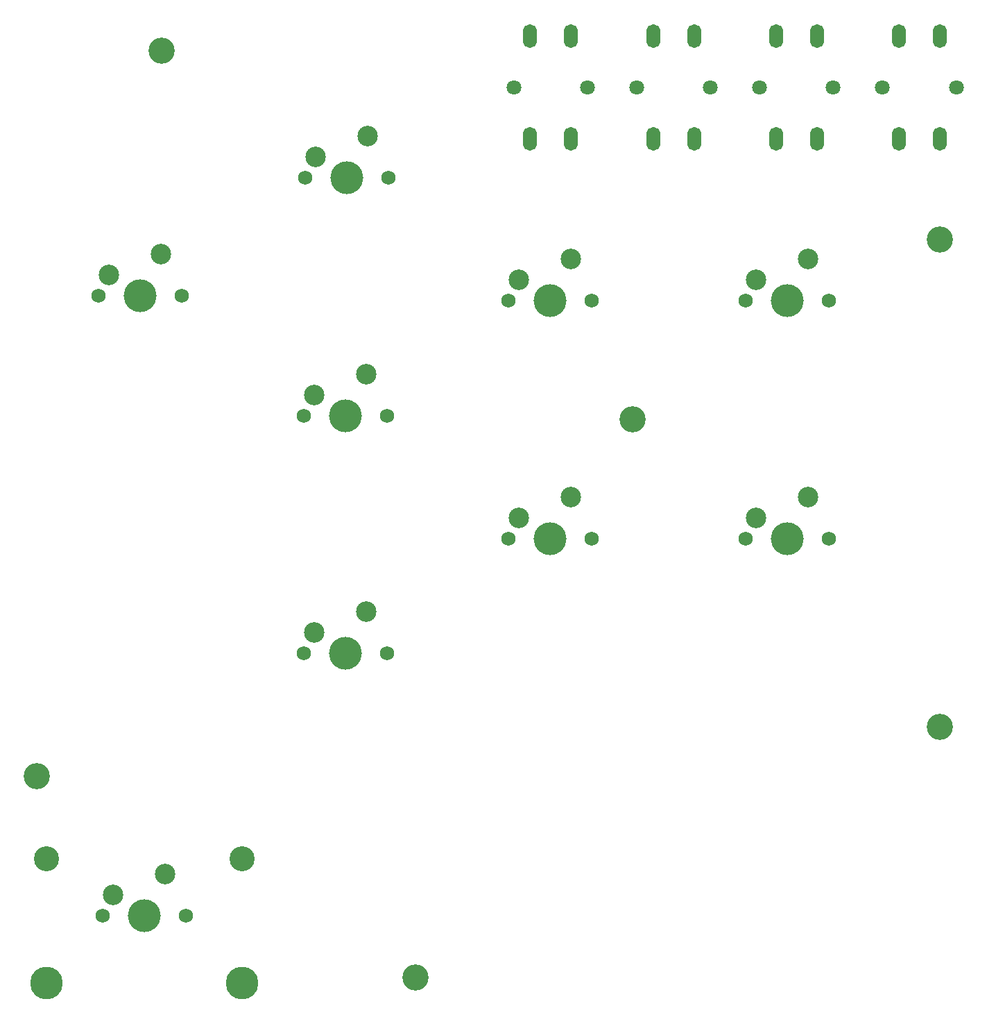
<source format=gbr>
%TF.GenerationSoftware,KiCad,Pcbnew,8.0.4*%
%TF.CreationDate,2024-07-23T17:58:48-07:00*%
%TF.ProjectId,2board_b,32626f61-7264-45f6-922e-6b696361645f,rev?*%
%TF.SameCoordinates,Original*%
%TF.FileFunction,Soldermask,Bot*%
%TF.FilePolarity,Negative*%
%FSLAX46Y46*%
G04 Gerber Fmt 4.6, Leading zero omitted, Abs format (unit mm)*
G04 Created by KiCad (PCBNEW 8.0.4) date 2024-07-23 17:58:48*
%MOMM*%
%LPD*%
G01*
G04 APERTURE LIST*
%ADD10C,3.048000*%
%ADD11C,3.987800*%
%ADD12C,3.200000*%
%ADD13C,1.750000*%
%ADD14C,4.000000*%
%ADD15C,2.500000*%
%ADD16C,1.800000*%
%ADD17O,1.700000X2.900000*%
G04 APERTURE END LIST*
D10*
%TO.C,S1*%
X94097000Y-123025000D03*
D11*
X94097000Y-138235000D03*
D10*
X117973000Y-123025000D03*
D11*
X117973000Y-138235000D03*
%TD*%
D12*
%TO.C,H10*%
X92875000Y-113000000D03*
%TD*%
%TO.C,H9*%
X165625000Y-69500000D03*
%TD*%
D13*
%TO.C,SW3_MK1*%
X150448943Y-84000000D03*
D14*
X155528943Y-84000000D03*
D13*
X160608943Y-84000000D03*
D15*
X151718943Y-81460000D03*
X158068943Y-78920000D03*
%TD*%
D12*
%TO.C,H4*%
X139125000Y-137500000D03*
%TD*%
D13*
%TO.C,SW4_LP1*%
X125448943Y-69000000D03*
D14*
X130528943Y-69000000D03*
D13*
X135608943Y-69000000D03*
D15*
X126718943Y-66460000D03*
X133068943Y-63920000D03*
%TD*%
D12*
%TO.C,H3*%
X108125000Y-24500000D03*
%TD*%
D13*
%TO.C,SW6_DI1*%
X125629257Y-40000561D03*
D14*
X130709257Y-40000561D03*
D13*
X135789257Y-40000561D03*
D15*
X126899257Y-37460561D03*
X133249257Y-34920561D03*
%TD*%
D16*
%TO.C,SW11_START1*%
X151125000Y-29000000D03*
X160125000Y-29000000D03*
D17*
X153125000Y-35250000D03*
X153125000Y-22750000D03*
X158125000Y-35250000D03*
X158125000Y-22750000D03*
%TD*%
D16*
%TO.C,SW15_TOUCHPAD1*%
X196125000Y-29000000D03*
X205125000Y-29000000D03*
D17*
X198125000Y-35250000D03*
X198125000Y-22750000D03*
X203125000Y-35250000D03*
X203125000Y-22750000D03*
%TD*%
D13*
%TO.C,SW5_MP1*%
X150448943Y-55000000D03*
D14*
X155528943Y-55000000D03*
D13*
X160608943Y-55000000D03*
D15*
X151718943Y-52460000D03*
X158068943Y-49920000D03*
%TD*%
D16*
%TO.C,SW14_PS1*%
X181125000Y-29000000D03*
X190125000Y-29000000D03*
D17*
X183125000Y-35250000D03*
X183125000Y-22750000D03*
X188125000Y-35250000D03*
X188125000Y-22750000D03*
%TD*%
D13*
%TO.C,SW2_LK1*%
X125448943Y-98000000D03*
D14*
X130528943Y-98000000D03*
D13*
X135608943Y-98000000D03*
D15*
X126718943Y-95460000D03*
X133068943Y-92920000D03*
%TD*%
D13*
%TO.C,SW9_HK1*%
X179448943Y-84000000D03*
D14*
X184528943Y-84000000D03*
D13*
X189608943Y-84000000D03*
D15*
X180718943Y-81460000D03*
X187068943Y-78920000D03*
%TD*%
D12*
%TO.C,H5*%
X203125000Y-107000000D03*
%TD*%
D13*
%TO.C,SW12_THROW1*%
X100430906Y-54354124D03*
D14*
X105510906Y-54354124D03*
D13*
X110590906Y-54354124D03*
D15*
X101700906Y-51814124D03*
X108050906Y-49274124D03*
%TD*%
D16*
%TO.C,SW10_SHARE1*%
X166125000Y-29000000D03*
X175125000Y-29000000D03*
D17*
X168125000Y-35250000D03*
X168125000Y-22750000D03*
X173125000Y-35250000D03*
X173125000Y-22750000D03*
%TD*%
D13*
%TO.C,SW16_SPACE1*%
X100955000Y-130010000D03*
D14*
X106035000Y-130010000D03*
D13*
X111115000Y-130010000D03*
D15*
X102225000Y-127470000D03*
X108575000Y-124930000D03*
%TD*%
D13*
%TO.C,SW7_HP1*%
X179448943Y-55000000D03*
D14*
X184528943Y-55000000D03*
D13*
X189608943Y-55000000D03*
D15*
X180718943Y-52460000D03*
X187068943Y-49920000D03*
%TD*%
D12*
%TO.C,H6*%
X203125000Y-47500000D03*
%TD*%
M02*

</source>
